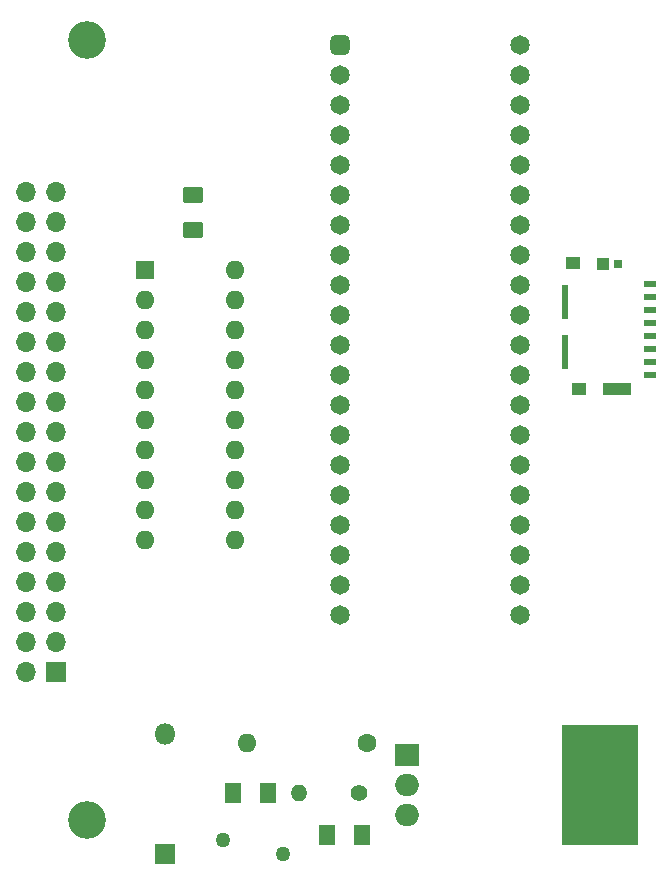
<source format=gbr>
%TF.GenerationSoftware,KiCad,Pcbnew,(6.0.2)*%
%TF.CreationDate,2022-04-07T06:34:10-06:00*%
%TF.ProjectId,MacPortable_THTV1,4d616350-6f72-4746-9162-6c655f544854,rev?*%
%TF.SameCoordinates,Original*%
%TF.FileFunction,Soldermask,Top*%
%TF.FilePolarity,Negative*%
%FSLAX46Y46*%
G04 Gerber Fmt 4.6, Leading zero omitted, Abs format (unit mm)*
G04 Created by KiCad (PCBNEW (6.0.2)) date 2022-04-07 06:34:10*
%MOMM*%
%LPD*%
G01*
G04 APERTURE LIST*
G04 Aperture macros list*
%AMRoundRect*
0 Rectangle with rounded corners*
0 $1 Rounding radius*
0 $2 $3 $4 $5 $6 $7 $8 $9 X,Y pos of 4 corners*
0 Add a 4 corners polygon primitive as box body*
4,1,4,$2,$3,$4,$5,$6,$7,$8,$9,$2,$3,0*
0 Add four circle primitives for the rounded corners*
1,1,$1+$1,$2,$3*
1,1,$1+$1,$4,$5*
1,1,$1+$1,$6,$7*
1,1,$1+$1,$8,$9*
0 Add four rect primitives between the rounded corners*
20,1,$1+$1,$2,$3,$4,$5,0*
20,1,$1+$1,$4,$5,$6,$7,0*
20,1,$1+$1,$6,$7,$8,$9,0*
20,1,$1+$1,$8,$9,$2,$3,0*%
G04 Aperture macros list end*
%ADD10C,0.100000*%
%ADD11RoundRect,0.250001X0.462499X0.624999X-0.462499X0.624999X-0.462499X-0.624999X0.462499X-0.624999X0*%
%ADD12RoundRect,0.250001X0.624999X-0.462499X0.624999X0.462499X-0.624999X0.462499X-0.624999X-0.462499X0*%
%ADD13R,1.700000X1.700000*%
%ADD14O,1.700000X1.700000*%
%ADD15O,3.500000X3.500000*%
%ADD16R,2.000000X1.905000*%
%ADD17O,2.000000X1.905000*%
%ADD18R,1.800000X1.800000*%
%ADD19O,1.800000X1.800000*%
%ADD20C,3.200000*%
%ADD21RoundRect,0.412500X-0.412500X-0.412500X0.412500X-0.412500X0.412500X0.412500X-0.412500X0.412500X0*%
%ADD22C,1.650000*%
%ADD23R,0.550000X2.910000*%
%ADD24R,1.000000X0.500000*%
%ADD25R,0.780000X0.720000*%
%ADD26R,1.200000X1.050000*%
%ADD27R,2.390000X1.050000*%
%ADD28R,1.080000X1.050000*%
%ADD29C,1.270000*%
%ADD30C,1.600000*%
%ADD31O,1.600000X1.600000*%
%ADD32C,1.400000*%
%ADD33O,1.400000X1.400000*%
%ADD34R,1.600000X1.600000*%
G04 APERTURE END LIST*
D10*
X161381440Y-132107940D02*
X154980640Y-132107940D01*
X154980640Y-132107940D02*
X154980640Y-122085100D01*
X154980640Y-122085100D02*
X161381440Y-122085100D01*
X161381440Y-122085100D02*
X161381440Y-132107940D01*
G36*
X161381440Y-132107940D02*
G01*
X154980640Y-132107940D01*
X154980640Y-122085100D01*
X161381440Y-122085100D01*
X161381440Y-132107940D01*
G37*
X161381440Y-132107940D02*
X154980640Y-132107940D01*
X154980640Y-122085100D01*
X161381440Y-122085100D01*
X161381440Y-132107940D01*
D11*
%TO.C,C1*%
X138069980Y-131361180D03*
X135094980Y-131361180D03*
%TD*%
D12*
%TO.C,C2*%
X123736100Y-80180840D03*
X123736100Y-77205840D03*
%TD*%
D13*
%TO.C,J2*%
X112156240Y-117589300D03*
D14*
X109616240Y-117589300D03*
X112156240Y-115049300D03*
X109616240Y-115049300D03*
X112156240Y-112509300D03*
X109616240Y-112509300D03*
X112156240Y-109969300D03*
X109616240Y-109969300D03*
X112156240Y-107429300D03*
X109616240Y-107429300D03*
X112156240Y-104889300D03*
X109616240Y-104889300D03*
X112156240Y-102349300D03*
X109616240Y-102349300D03*
X112156240Y-99809300D03*
X109616240Y-99809300D03*
X112156240Y-97269300D03*
X109616240Y-97269300D03*
X112156240Y-94729300D03*
X109616240Y-94729300D03*
X112156240Y-92189300D03*
X109616240Y-92189300D03*
X112156240Y-89649300D03*
X109616240Y-89649300D03*
X112156240Y-87109300D03*
X109616240Y-87109300D03*
X112156240Y-84569300D03*
X109616240Y-84569300D03*
X112156240Y-82029300D03*
X109616240Y-82029300D03*
X112156240Y-79489300D03*
X109616240Y-79489300D03*
X112156240Y-76949300D03*
X109616240Y-76949300D03*
%TD*%
D15*
%TO.C,U1*%
X158552020Y-127096520D03*
D16*
X141892020Y-124556520D03*
D17*
X141892020Y-127096520D03*
X141892020Y-129636520D03*
%TD*%
D18*
%TO.C,D1*%
X121353580Y-132999480D03*
D19*
X121353580Y-122839480D03*
%TD*%
D20*
%TO.C,REF\u002A\u002A*%
X114800380Y-64041020D03*
%TD*%
%TO.C,REF\u002A\u002A*%
X114787680Y-130121660D03*
%TD*%
D21*
%TO.C,BP1*%
X136210040Y-64513460D03*
D22*
X136210040Y-67053460D03*
X136210040Y-69593460D03*
X136210040Y-72133460D03*
X136210040Y-74673460D03*
X136210040Y-77213460D03*
X136210040Y-79753460D03*
X136210040Y-82293460D03*
X136210040Y-84833460D03*
X136210040Y-87373460D03*
X136210040Y-89913460D03*
X136210040Y-92453460D03*
X136210040Y-94993460D03*
X136210040Y-97533460D03*
X136210040Y-100073460D03*
X136210040Y-102613460D03*
X136210040Y-105153460D03*
X136210040Y-107693460D03*
X136210040Y-110233460D03*
X136210040Y-112773460D03*
X151450040Y-112773460D03*
X151450040Y-110233460D03*
X151450040Y-107693460D03*
X151450040Y-105153460D03*
X151450040Y-102613460D03*
X151450040Y-100073460D03*
X151450040Y-97533460D03*
X151450040Y-94993460D03*
X151450040Y-92453460D03*
X151450040Y-89913460D03*
X151450040Y-87373460D03*
X151450040Y-84833460D03*
X151450040Y-82293460D03*
X151450040Y-79753460D03*
X151450040Y-77213460D03*
X151450040Y-74673460D03*
X151450040Y-72133460D03*
X151450040Y-69593460D03*
X151450040Y-67053460D03*
X151450040Y-64513460D03*
%TD*%
D23*
%TO.C,J3*%
X155209460Y-90442240D03*
X155209460Y-86252240D03*
D24*
X162444460Y-84747240D03*
X162444460Y-85847240D03*
X162444460Y-86947240D03*
X162444460Y-88047240D03*
X162444460Y-89147240D03*
X162444460Y-90247240D03*
X162444460Y-91347240D03*
X162444460Y-92447240D03*
D25*
X159764460Y-82987240D03*
D26*
X156454460Y-93622240D03*
D27*
X159639460Y-93622240D03*
D26*
X155884460Y-82977240D03*
D28*
X158494460Y-82987240D03*
%TD*%
D29*
%TO.C,F1*%
X131361180Y-132946140D03*
X126281180Y-131803140D03*
%TD*%
D11*
%TO.C,C3*%
X130107080Y-127815340D03*
X127132080Y-127815340D03*
%TD*%
D30*
%TO.C,R1*%
X138460480Y-123616720D03*
D31*
X128300480Y-123616720D03*
%TD*%
D32*
%TO.C,R2*%
X137772140Y-127850900D03*
D33*
X132692140Y-127850900D03*
%TD*%
D34*
%TO.C,U2*%
X119697500Y-83497420D03*
D31*
X119697500Y-86037420D03*
X119697500Y-88577420D03*
X119697500Y-91117420D03*
X119697500Y-93657420D03*
X119697500Y-96197420D03*
X119697500Y-98737420D03*
X119697500Y-101277420D03*
X119697500Y-103817420D03*
X119697500Y-106357420D03*
X127317500Y-106357420D03*
X127317500Y-103817420D03*
X127317500Y-101277420D03*
X127317500Y-98737420D03*
X127317500Y-96197420D03*
X127317500Y-93657420D03*
X127317500Y-91117420D03*
X127317500Y-88577420D03*
X127317500Y-86037420D03*
X127317500Y-83497420D03*
%TD*%
M02*

</source>
